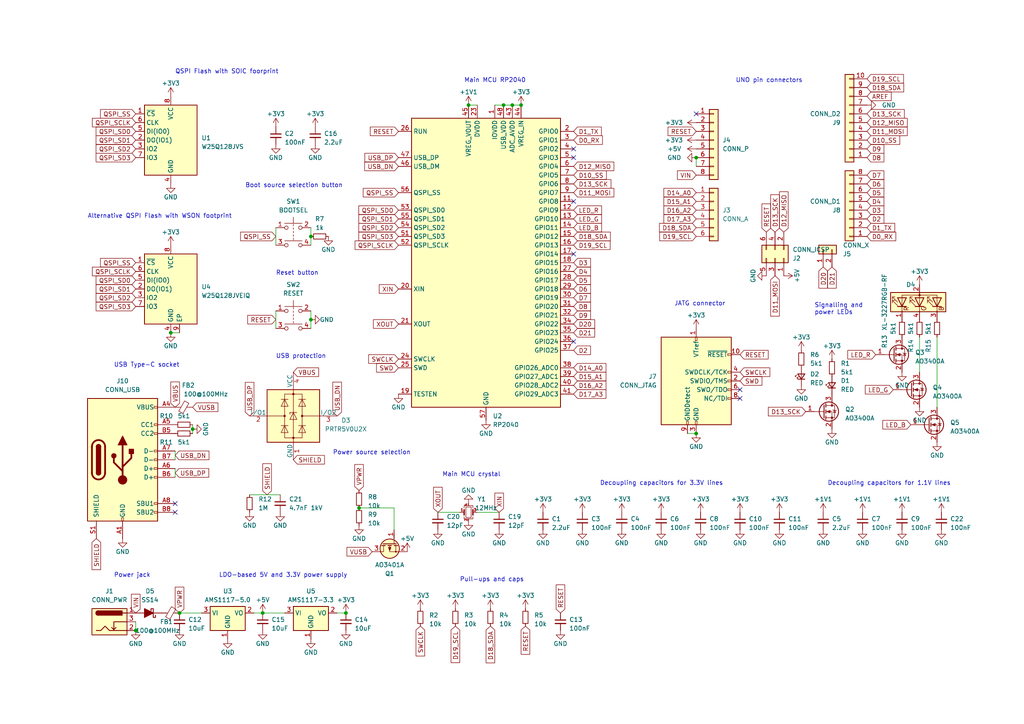
<source format=kicad_sch>
(kicad_sch (version 20230121) (generator eeschema)
  (paper "A4")
  (title_block (title "RP2040-Eins-0010") (date "2023-11-03") (rev "1.0") (company "(c) 2023 Andriy Golovnya") (comment 1 "RP2040 based board with Arduino Uno footprint") (comment 2 "Designed in Germany"))
  (junction (at 39.37 182.88))
  (junction (at 148.59 30.48))
  (junction (at 55.88 124.46))
  (junction (at 90.17 92.71))
  (junction (at 52.07 177.8))
  (junction (at 135.89 30.48))
  (junction (at 104.14 147.32))
  (junction (at 100.33 177.8))
  (junction (at 201.93 45.72))
  (junction (at 90.17 68.58))
  (junction (at 146.05 30.48))
  (junction (at 76.2 177.8))
  (junction (at 49.53 96.52))
  (junction (at 201.93 125.73))
  (junction (at 151.13 30.48))
  (no_connect (at 50.8 148.59))
  (no_connect (at 166.37 45.72))
  (no_connect (at 166.37 43.18))
  (no_connect (at 214.63 113.03))
  (no_connect (at 50.8 146.05))
  (no_connect (at 214.63 115.57))
  (no_connect (at 166.37 73.66))
  (no_connect (at 166.37 58.42))
  (no_connect (at 166.37 99.06))
  (no_connect (at 201.93 33.02))
  (wire (pts (xy 138.43 148.59) (xy 144.78 148.59)))
  (wire (pts (xy 114.3 147.32) (xy 114.3 153.67)))
  (wire (pts (xy 55.88 124.46) (xy 55.88 123.19)))
  (wire (pts (xy 50.8 135.89) (xy 50.8 138.43)))
  (wire (pts (xy 55.88 125.73) (xy 55.88 124.46)))
  (wire (pts (xy 52.07 177.8) (xy 58.42 177.8)))
  (wire (pts (xy 80.01 66.04) (xy 80.01 71.12)))
  (wire (pts (xy 90.17 90.17) (xy 90.17 92.71)))
  (wire (pts (xy 135.89 30.48) (xy 138.43 30.48)))
  (wire (pts (xy 104.14 147.32) (xy 114.3 147.32)))
  (wire (pts (xy 127 148.59) (xy 133.35 148.59)))
  (wire (pts (xy 90.17 92.71) (xy 90.17 95.25)))
  (wire (pts (xy 148.59 30.48) (xy 151.13 30.48)))
  (wire (pts (xy 73.66 177.8) (xy 76.2 177.8)))
  (wire (pts (xy 201.93 45.72) (xy 201.93 48.26)))
  (wire (pts (xy 266.7 97.79) (xy 266.7 107.95)))
  (wire (pts (xy 97.79 177.8) (xy 100.33 177.8)))
  (wire (pts (xy 50.8 130.81) (xy 50.8 133.35)))
  (wire (pts (xy 271.78 97.79) (xy 271.78 118.11)))
  (wire (pts (xy 39.37 180.34) (xy 39.37 182.88)))
  (wire (pts (xy 143.51 30.48) (xy 146.05 30.48)))
  (wire (pts (xy 49.53 96.52) (xy 52.07 96.52)))
  (wire (pts (xy 76.2 177.8) (xy 82.55 177.8)))
  (wire (pts (xy 90.17 68.58) (xy 90.17 71.12)))
  (wire (pts (xy 90.17 66.04) (xy 90.17 68.58)))
  (wire (pts (xy 146.05 30.48) (xy 148.59 30.48)))
  (wire (pts (xy 199.39 125.73) (xy 201.93 125.73)))
  (wire (pts (xy 72.39 143.51) (xy 81.28 143.51)))
  (wire (pts (xy 80.01 90.17) (xy 80.01 95.25)))
  (text "USB protection" (at 80.01 104.14 0) (effects (font (size 1.27 1.27)) (justify left bottom)))
  (text "Alternative QSPI Flash with WSON footprint" (at 25.4 63.5 0) (effects (font (size 1.27 1.27)) (justify left bottom)))
  (text "UNO pin connectors" (at 213.36 24.13 0) (effects (font (size 1.27 1.27)) (justify left bottom)))
  (text "Main MCU RP2040" (at 134.62 24.13 0) (effects (font (size 1.27 1.27)) (justify left bottom)))
  (text "Power source selection" (at 96.52 132.08 0) (effects (font (size 1.27 1.27)) (justify left bottom)))
  (text "Power jack" (at 33.02 167.64 0) (effects (font (size 1.27 1.27)) (justify left bottom)))
  (text "Decoupling capacitors for 3.3V lines" (at 173.99 140.97 0) (effects (font (size 1.27 1.27)) (justify left bottom)))
  (text "Main MCU crystal" (at 128.27 138.43 0) (effects (font (size 1.27 1.27)) (justify left bottom)))
  (text "Decoupling capacitors for 1.1V lines" (at 240.03 140.97 0) (effects (font (size 1.27 1.27)) (justify left bottom)))
  (text "Pull-ups and caps" (at 133.35 168.91 0) (effects (font (size 1.27 1.27)) (justify left bottom)))
  (text "Signalling and\npower LEDs" (at 236.22 91.44 0) (effects (font (size 1.27 1.27)) (justify left bottom)))
  (text "JATG connector" (at 195.58 88.9 0) (effects (font (size 1.27 1.27)) (justify left bottom)))
  (text "Reset button" (at 80.01 80.01 0) (effects (font (size 1.27 1.27)) (justify left bottom)))
  (text "USB Type-C socket" (at 33.02 106.68 0) (effects (font (size 1.27 1.27)) (justify left bottom)))
  (text "Boot source selection button" (at 71.12 54.61 0) (effects (font (size 1.27 1.27)) (justify left bottom)))
  (text "LDO-based 5V and 3.3V power supply" (at 63.5 167.64 0) (effects (font (size 1.27 1.27)) (justify left bottom)))
  (text "QSPI Flash with SOIC foorprint" (at 50.8 21.59 0) (effects (font (size 1.27 1.27)) (justify left bottom)))
  (global_label "D13_SCK" (shape input) (at 233.68 119.38 180) (property "Intersheetrefs" "${INTERSHEET_REFS}" (effects hide)))
  (global_label "VPWR" (shape input) (at 104.14 142.24 90) (property "Intersheetrefs" "${INTERSHEET_REFS}" (effects hide)))
  (global_label "QSPI_SD2" (shape input) (at 39.37 43.18 180) (property "Intersheetrefs" "${INTERSHEET_REFS}" (effects hide)))
  (global_label "D17_A3" (shape input) (at 201.93 63.5 180) (property "Intersheetrefs" "${INTERSHEET_REFS}" (effects hide)))
  (global_label "SWD" (shape input) (at 214.63 110.49 0) (property "Intersheetrefs" "${INTERSHEET_REFS}" (effects hide)))
  (global_label "QSPI_SD1" (shape input) (at 39.37 83.82 180) (property "Intersheetrefs" "${INTERSHEET_REFS}" (effects hide)))
  (global_label "D1_TX" (shape input) (at 166.37 38.1 0) (property "Intersheetrefs" "${INTERSHEET_REFS}" (effects hide)))
  (global_label "D14_A0" (shape input) (at 201.93 55.88 180) (property "Intersheetrefs" "${INTERSHEET_REFS}" (effects hide)))
  (global_label "D12_MISO" (shape input) (at 227.33 67.31 90) (property "Intersheetrefs" "${INTERSHEET_REFS}" (effects hide)))
  (global_label "D0_RX" (shape input) (at 251.46 68.58 0) (property "Intersheetrefs" "${INTERSHEET_REFS}" (effects hide)))
  (global_label "VBUS" (shape input) (at 85.09 107.95 0) (property "Intersheetrefs" "${INTERSHEET_REFS}" (effects hide)))
  (global_label "D20" (shape input) (at 238.76 77.47 270) (property "Intersheetrefs" "${INTERSHEET_REFS}" (effects hide)))
  (global_label "QSPI_SD3" (shape input) (at 39.37 88.9 180) (property "Intersheetrefs" "${INTERSHEET_REFS}" (effects hide)))
  (global_label "QSPI_SD0" (shape input) (at 39.37 38.1 180) (property "Intersheetrefs" "${INTERSHEET_REFS}" (effects hide)))
  (global_label "USB_DP" (shape input) (at 72.39 120.65 90) (property "Intersheetrefs" "${INTERSHEET_REFS}" (effects hide)))
  (global_label "VUSB" (shape input) (at 55.88 118.11 0) (property "Intersheetrefs" "${INTERSHEET_REFS}" (effects hide)))
  (global_label "QSPI_SCLK" (shape input) (at 39.37 78.74 180) (property "Intersheetrefs" "${INTERSHEET_REFS}" (effects hide)))
  (global_label "D20" (shape input) (at 166.37 93.98 0) (property "Intersheetrefs" "${INTERSHEET_REFS}" (effects hide)))
  (global_label "D18_SDA" (shape input) (at 251.46 25.4 0) (property "Intersheetrefs" "${INTERSHEET_REFS}" (effects hide)))
  (global_label "D5" (shape input) (at 166.37 81.28 0) (property "Intersheetrefs" "${INTERSHEET_REFS}" (effects hide)))
  (global_label "AREF" (shape input) (at 251.46 27.94 0) (property "Intersheetrefs" "${INTERSHEET_REFS}" (effects hide)))
  (global_label "D8" (shape input) (at 251.46 45.72 0) (property "Intersheetrefs" "${INTERSHEET_REFS}" (effects hide)))
  (global_label "D9" (shape input) (at 251.46 43.18 0) (property "Intersheetrefs" "${INTERSHEET_REFS}" (effects hide)))
  (global_label "QSPI_SD0" (shape input) (at 115.57 60.96 180) (property "Intersheetrefs" "${INTERSHEET_REFS}" (effects hide)))
  (global_label "SHIELD" (shape input) (at 85.09 133.35 0) (property "Intersheetrefs" "${INTERSHEET_REFS}" (effects hide)))
  (global_label "D2" (shape input) (at 166.37 101.6 0) (property "Intersheetrefs" "${INTERSHEET_REFS}" (effects hide)))
  (global_label "RESET" (shape input) (at 201.93 38.1 180) (property "Intersheetrefs" "${INTERSHEET_REFS}" (effects hide)))
  (global_label "QSPI_SS" (shape input) (at 39.37 33.02 180) (property "Intersheetrefs" "${INTERSHEET_REFS}" (effects hide)))
  (global_label "QSPI_SS" (shape input) (at 115.57 55.88 180) (property "Intersheetrefs" "${INTERSHEET_REFS}" (effects hide)))
  (global_label "D16_A2" (shape input) (at 201.93 60.96 180) (property "Intersheetrefs" "${INTERSHEET_REFS}" (effects hide)))
  (global_label "LED_R" (shape input) (at 254 102.87 180) (property "Intersheetrefs" "${INTERSHEET_REFS}" (effects hide)))
  (global_label "QSPI_SD3" (shape input) (at 39.37 45.72 180) (property "Intersheetrefs" "${INTERSHEET_REFS}" (effects hide)))
  (global_label "USB_DN" (shape input) (at 50.8 132.08 0) (property "Intersheetrefs" "${INTERSHEET_REFS}" (effects hide)))
  (global_label "D2" (shape input) (at 251.46 63.5 0) (property "Intersheetrefs" "${INTERSHEET_REFS}" (effects hide)))
  (global_label "VPWR" (shape input) (at 52.07 177.8 90) (property "Intersheetrefs" "${INTERSHEET_REFS}" (effects hide)))
  (global_label "D15_A1" (shape input) (at 201.93 58.42 180) (property "Intersheetrefs" "${INTERSHEET_REFS}" (effects hide)))
  (global_label "USB_DN" (shape input) (at 115.57 48.26 180) (property "Intersheetrefs" "${INTERSHEET_REFS}" (effects hide)))
  (global_label "RESET" (shape input) (at 80.01 92.71 180) (property "Intersheetrefs" "${INTERSHEET_REFS}" (effects hide)))
  (global_label "LED_B" (shape input) (at 166.37 66.04 0) (property "Intersheetrefs" "${INTERSHEET_REFS}" (effects hide)))
  (global_label "D21" (shape input) (at 166.37 96.52 0) (property "Intersheetrefs" "${INTERSHEET_REFS}" (effects hide)))
  (global_label "QSPI_SS" (shape input) (at 80.01 68.58 180) (property "Intersheetrefs" "${INTERSHEET_REFS}" (effects hide)))
  (global_label "D10_SS" (shape input) (at 251.46 40.64 0) (property "Intersheetrefs" "${INTERSHEET_REFS}" (effects hide)))
  (global_label "SWCLK" (shape input) (at 121.92 181.61 270) (property "Intersheetrefs" "${INTERSHEET_REFS}" (effects hide)))
  (global_label "D19_SCL" (shape input) (at 251.46 22.86 0) (property "Intersheetrefs" "${INTERSHEET_REFS}" (effects hide)))
  (global_label "D13_SCK" (shape input) (at 166.37 53.34 0) (property "Intersheetrefs" "${INTERSHEET_REFS}" (effects hide)))
  (global_label "USB_DP" (shape input) (at 50.8 137.16 0) (property "Intersheetrefs" "${INTERSHEET_REFS}" (effects hide)))
  (global_label "D7" (shape input) (at 166.37 86.36 0) (property "Intersheetrefs" "${INTERSHEET_REFS}" (effects hide)))
  (global_label "LED_G" (shape input) (at 166.37 63.5 0) (property "Intersheetrefs" "${INTERSHEET_REFS}" (effects hide)))
  (global_label "D5" (shape input) (at 251.46 55.88 0) (property "Intersheetrefs" "${INTERSHEET_REFS}" (effects hide)))
  (global_label "D0_RX" (shape input) (at 166.37 40.64 0) (property "Intersheetrefs" "${INTERSHEET_REFS}" (effects hide)))
  (global_label "QSPI_SD2" (shape input) (at 115.57 66.04 180) (property "Intersheetrefs" "${INTERSHEET_REFS}" (effects hide)))
  (global_label "D11_MOSI" (shape input) (at 224.79 80.01 270) (property "Intersheetrefs" "${INTERSHEET_REFS}" (effects hide)))
  (global_label "D14_A0" (shape input) (at 166.37 106.68 0) (property "Intersheetrefs" "${INTERSHEET_REFS}" (effects hide)))
  (global_label "SWCLK" (shape input) (at 214.63 107.95 0) (property "Intersheetrefs" "${INTERSHEET_REFS}" (effects hide)))
  (global_label "USB_DP" (shape input) (at 115.57 45.72 180) (property "Intersheetrefs" "${INTERSHEET_REFS}" (effects hide)))
  (global_label "XIN" (shape input) (at 144.78 148.59 90) (property "Intersheetrefs" "${INTERSHEET_REFS}" (effects hide)))
  (global_label "QSPI_SCLK" (shape input) (at 39.37 35.56 180) (property "Intersheetrefs" "${INTERSHEET_REFS}" (effects hide)))
  (global_label "VIN" (shape input) (at 39.37 177.8 90) (property "Intersheetrefs" "${INTERSHEET_REFS}" (effects hide)))
  (global_label "LED_G" (shape input) (at 259.08 113.03 180) (property "Intersheetrefs" "${INTERSHEET_REFS}" (effects hide)))
  (global_label "XIN" (shape input) (at 115.57 83.82 180) (property "Intersheetrefs" "${INTERSHEET_REFS}" (effects hide)))
  (global_label "D6" (shape input) (at 166.37 83.82 0) (property "Intersheetrefs" "${INTERSHEET_REFS}" (effects hide)))
  (global_label "QSPI_SD1" (shape input) (at 115.57 63.5 180) (property "Intersheetrefs" "${INTERSHEET_REFS}" (effects hide)))
  (global_label "D13_SCK" (shape input) (at 251.46 33.02 0) (property "Intersheetrefs" "${INTERSHEET_REFS}" (effects hide)))
  (global_label "RESET" (shape input) (at 162.56 177.8 90) (property "Intersheetrefs" "${INTERSHEET_REFS}" (effects hide)))
  (global_label "USB_DN" (shape input) (at 97.79 120.65 90) (property "Intersheetrefs" "${INTERSHEET_REFS}" (effects hide)))
  (global_label "XOUT" (shape input) (at 127 148.59 90) (property "Intersheetrefs" "${INTERSHEET_REFS}" (effects hide)))
  (global_label "RESET" (shape input) (at 152.4 181.61 270) (property "Intersheetrefs" "${INTERSHEET_REFS}" (effects hide)))
  (global_label "D19_SCL" (shape input) (at 132.08 181.61 270) (property "Intersheetrefs" "${INTERSHEET_REFS}" (effects hide)))
  (global_label "LED_R" (shape input) (at 166.37 60.96 0) (property "Intersheetrefs" "${INTERSHEET_REFS}" (effects hide)))
  (global_label "D11_MOSI" (shape input) (at 166.37 55.88 0) (property "Intersheetrefs" "${INTERSHEET_REFS}" (effects hide)))
  (global_label "QSPI_SD1" (shape input) (at 39.37 40.64 180) (property "Intersheetrefs" "${INTERSHEET_REFS}" (effects hide)))
  (global_label "D19_SCL" (shape input) (at 201.93 68.58 180) (property "Intersheetrefs" "${INTERSHEET_REFS}" (effects hide)))
  (global_label "D19_SCL" (shape input) (at 166.37 71.12 0) (property "Intersheetrefs" "${INTERSHEET_REFS}" (effects hide)))
  (global_label "D12_MISO" (shape input) (at 166.37 48.26 0) (property "Intersheetrefs" "${INTERSHEET_REFS}" (effects hide)))
  (global_label "D3" (shape input) (at 166.37 76.2 0) (property "Intersheetrefs" "${INTERSHEET_REFS}" (effects hide)))
  (global_label "SHIELD" (shape input) (at 27.94 156.21 270) (property "Intersheetrefs" "${INTERSHEET_REFS}" (effects hide)))
  (global_label "D4" (shape input) (at 166.37 78.74 0) (property "Intersheetrefs" "${INTERSHEET_REFS}" (effects hide)))
  (global_label "D4" (shape input) (at 251.46 58.42 0) (property "Intersheetrefs" "${INTERSHEET_REFS}" (effects hide)))
  (global_label "D7" (shape input) (at 251.46 50.8 0) (property "Intersheetrefs" "${INTERSHEET_REFS}" (effects hide)))
  (global_label "D11_MOSI" (shape input) (at 251.46 38.1 0) (property "Intersheetrefs" "${INTERSHEET_REFS}" (effects hide)))
  (global_label "D9" (shape input) (at 166.37 91.44 0) (property "Intersheetrefs" "${INTERSHEET_REFS}" (effects hide)))
  (global_label "D18_SDA" (shape input) (at 201.93 66.04 180) (property "Intersheetrefs" "${INTERSHEET_REFS}" (effects hide)))
  (global_label "D18_SDA" (shape input) (at 166.37 68.58 0) (property "Intersheetrefs" "${INTERSHEET_REFS}" (effects hide)))
  (global_label "VBUS" (shape input) (at 50.8 118.11 90) (property "Intersheetrefs" "${INTERSHEET_REFS}" (effects hide)))
  (global_label "VIN" (shape input) (at 201.93 50.8 180) (property "Intersheetrefs" "${INTERSHEET_REFS}" (effects hide)))
  (global_label "D13_SCK" (shape input) (at 224.79 67.31 90) (property "Intersheetrefs" "${INTERSHEET_REFS}" (effects hide)))
  (global_label "D1_TX" (shape input) (at 251.46 66.04 0) (property "Intersheetrefs" "${INTERSHEET_REFS}" (effects hide)))
  (global_label "D16_A2" (shape input) (at 166.37 111.76 0) (property "Intersheetrefs" "${INTERSHEET_REFS}" (effects hide)))
  (global_label "D18_SDA" (shape input) (at 142.24 181.61 270) (property "Intersheetrefs" "${INTERSHEET_REFS}" (effects hide)))
  (global_label "D6" (shape input) (at 251.46 53.34 0) (property "Intersheetrefs" "${INTERSHEET_REFS}" (effects hide)))
  (global_label "QSPI_SD3" (shape input) (at 115.57 68.58 180) (property "Intersheetrefs" "${INTERSHEET_REFS}" (effects hide)))
  (global_label "XOUT" (shape input) (at 115.57 93.98 180) (property "Intersheetrefs" "${INTERSHEET_REFS}" (effects hide)))
  (global_label "SHIELD" (shape input) (at 77.47 143.51 90) (property "Intersheetrefs" "${INTERSHEET_REFS}" (effects hide)))
  (global_label "QSPI_SCLK" (shape input) (at 115.57 71.12 180) (property "Intersheetrefs" "${INTERSHEET_REFS}" (effects hide)))
  (global_label "QSPI_SS" (shape input) (at 39.37 76.2 180) (property "Intersheetrefs" "${INTERSHEET_REFS}" (effects hide)))
  (global_label "SWCLK" (shape input) (at 115.57 104.14 180) (property "Intersheetrefs" "${INTERSHEET_REFS}" (effects hide)))
  (global_label "D15_A1" (shape input) (at 166.37 109.22 0) (property "Intersheetrefs" "${INTERSHEET_REFS}" (effects hide)))
  (global_label "RESET" (shape input) (at 214.63 102.87 0) (property "Intersheetrefs" "${INTERSHEET_REFS}" (effects hide)))
  (global_label "LED_B" (shape input) (at 264.16 123.19 180) (property "Intersheetrefs" "${INTERSHEET_REFS}" (effects hide)))
  (global_label "D12_MISO" (shape input) (at 251.46 35.56 0) (property "Intersheetrefs" "${INTERSHEET_REFS}" (effects hide)))
  (global_label "D17_A3" (shape input) (at 166.37 114.3 0) (property "Intersheetrefs" "${INTERSHEET_REFS}" (effects hide)))
  (global_label "SWD" (shape input) (at 115.57 106.68 180) (property "Intersheetrefs" "${INTERSHEET_REFS}" (effects hide)))
  (global_label "D10_SS" (shape input) (at 166.37 50.8 0) (property "Intersheetrefs" "${INTERSHEET_REFS}" (effects hide)))
  (global_label "QSPI_SD2" (shape input) (at 39.37 86.36 180) (property "Intersheetrefs" "${INTERSHEET_REFS}" (effects hide)))
  (global_label "QSPI_SD0" (shape input) (at 39.37 81.28 180) (property "Intersheetrefs" "${INTERSHEET_REFS}" (effects hide)))
  (global_label "D3" (shape input) (at 251.46 60.96 0) (property "Intersheetrefs" "${INTERSHEET_REFS}" (effects hide)))
  (global_label "RESET" (shape input) (at 222.25 67.31 90) (property "Intersheetrefs" "${INTERSHEET_REFS}" (effects hide)))
  (global_label "D8" (shape input) (at 166.37 88.9 0) (property "Intersheetrefs" "${INTERSHEET_REFS}" (effects hide)))
  (global_label "D21" (shape input) (at 241.3 77.47 270) (property "Intersheetrefs" "${INTERSHEET_REFS}" (effects hide)))
  (global_label "VUSB" (shape input) (at 107.95 160.02 180) (property "Intersheetrefs" "${INTERSHEET_REFS}" (effects hide)))
  (global_label "RESET" (shape input) (at 115.57 38.1 180) (property "Intersheetrefs" "${INTERSHEET_REFS}" (effects hide)))
  (symbol (lib_id "power:+3V3") (at 266.7 82.55 0) (unit 1)
    (property "Reference" "#PWR061" (effects hide))
    (property "Value" "+3V3" (at 266.7 78.74 0))
  )
  (symbol (lib_id "Power_Protection:PRTR5V0U2X") (at 85.09 120.65 0) (unit 1)
    (property "Reference" "D3" (at 100.33 121.92 0))
    (property "Value" "PRTR5V0U2X" (at 100.33 124.46 0))
    (property "Footprint" "Package_TO_SOT_SMD:SOT-143" (effects hide))
    (property "Datasheet" "https://assets.nexperia.com/documents/data-sheet/PRTR5V0U2X.pdf" (effects hide))
  )
  (symbol (lib_id "Transistor_FET:AO3400A") (at 264.16 113.03 0) (unit 1)
    (property "Reference" "Q4" (at 270.51 112.395 0) (effects (justify left)))
    (property "Value" "AO3400A" (at 270.51 114.935 0) (effects (justify left)))
    (property "Footprint" "Package_TO_SOT_SMD:SOT-23" (effects hide))
    (property "Datasheet" "http://www.aosmd.com/pdfs/datasheet/AO3400A.pdf" (effects hide))
  )
  (symbol (lib_id "power:+1V1") (at 261.62 148.59 0) (unit 1)
    (property "Reference" "#PWR027" (effects hide))
    (property "Value" "+1V1" (at 261.62 144.78 0))
  )
  (symbol (lib_id "power:GND") (at 52.07 182.88 0) (unit 1)
    (property "Reference" "#PWR035" (effects hide))
    (property "Value" "GND" (at 52.07 186.69 0))
  )
  (symbol (lib_id "power:+3V3") (at 49.53 71.12 0) (unit 1)
    (property "Reference" "#PWR047" (effects hide))
    (property "Value" "+3V3" (at 49.53 67.31 0))
  )
  (symbol (lib_id "Device:R_Small") (at 266.7 95.25 180) (unit 1)
    (property "Reference" "R14" (at 264.16 100.33 90))
    (property "Value" "5k1" (at 264.16 95.25 90))
    (property "Footprint" "Resistor_SMD:R_0402_1005Metric" (effects hide))
  )
  (symbol (lib_id "power:GND") (at 104.14 152.4 0) (unit 1)
    (property "Reference" "#PWR060" (effects hide))
    (property "Value" "GND" (at 104.14 156.21 0))
  )
  (symbol (lib_id "power:+3V3") (at 226.06 148.59 0) (unit 1)
    (property "Reference" "#PWR031" (effects hide))
    (property "Value" "+3V3" (at 226.06 144.78 0))
  )
  (symbol (lib_id "Device:C_Small") (at 80.01 39.37 0) (unit 1)
    (property "Reference" "C2" (at 82.55 38.7413 0) (effects (justify left)))
    (property "Value" "100nF" (at 82.55 41.2813 0) (effects (justify left)))
    (property "Footprint" "Capacitor_SMD:C_0402_1005Metric" (effects hide))
  )
  (symbol (lib_id "Device:R_Small") (at 104.14 144.78 0) (unit 1)
    (property "Reference" "R8" (at 106.68 144.145 0) (effects (justify left)))
    (property "Value" "10k" (at 106.68 146.685 0) (effects (justify left)))
    (property "Footprint" "Resistor_SMD:R_0402_1005Metric" (effects hide))
  )
  (symbol (lib_id "power:GND") (at 91.44 41.91 0) (unit 1)
    (property "Reference" "#PWR057" (effects hide))
    (property "Value" "GND" (at 91.44 45.72 0))
  )
  (symbol (lib_id "power:+5V") (at 118.11 160.02 0) (unit 1)
    (property "Reference" "#PWR062" (effects hide))
    (property "Value" "+5V" (at 118.11 156.21 0))
  )
  (symbol (lib_id "Device:C_Small") (at 162.56 180.34 0) (unit 1)
    (property "Reference" "C13" (at 165.1 179.7113 0) (effects (justify left)))
    (property "Value" "100nF" (at 165.1 182.2513 0) (effects (justify left)))
    (property "Footprint" "Capacitor_SMD:C_0402_1005Metric" (effects hide))
  )
  (symbol (lib_id "Device:C_Small") (at 191.77 151.13 0) (unit 1)
    (property "Reference" "C6" (at 194.31 150.5013 0) (effects (justify left)))
    (property "Value" "100nF" (at 194.31 153.0413 0) (effects (justify left)))
    (property "Footprint" "Capacitor_SMD:C_0402_1005Metric" (effects hide))
  )
  (symbol (lib_id "Device:LED_RABG") (at 266.7 87.63 90) (unit 1)
    (property "Reference" "D4" (at 264.16 82.55 90))
    (property "Value" "XL-3227RGB-RF" (at 256.54 87.63 0))
    (property "Footprint" "LED_SMD:LED_RGB_1210" (effects hide))
  )
  (symbol (lib_id "power:+3V3") (at 49.53 27.94 0) (unit 1)
    (property "Reference" "#PWR09" (effects hide))
    (property "Value" "+3V3" (at 49.53 24.13 0))
  )
  (symbol (lib_id "power:GND") (at 95.25 68.58 0) (unit 1)
    (property "Reference" "#PWR049" (effects hide))
    (property "Value" "GND" (at 95.25 72.39 0))
  )
  (symbol (lib_id "Device:C_Small") (at 81.28 146.05 0) (unit 1)
    (property "Reference" "C21" (at 83.82 144.78 0) (effects (justify left)))
    (property "Value" "4.7nF 1kV" (at 83.82 147.32 0) (effects (justify left)))
    (property "Footprint" "Capacitor_SMD:C_1206_3216Metric" (effects hide))
  )
  (symbol (lib_id "Connector_Generic:Conn_01x08") (at 246.38 60.96 180) (unit 1)
    (property "Reference" "J8" (at 243.84 60.96 0) (effects (justify left)))
    (property "Value" "CONN_D1" (at 243.84 58.42 0) (effects (justify left)))
    (property "Footprint" "Connector_PinSocket_2.54mm:PinSocket_1x08_P2.54mm_Vertical" (effects hide))
  )
  (symbol (lib_id "power:GND") (at 266.7 118.11 0) (unit 1)
    (property "Reference" "#PWR064" (effects hide))
    (property "Value" "GND" (at 266.7 121.92 0))
  )
  (symbol (lib_id "power:GND") (at 250.19 153.67 0) (unit 1)
    (property "Reference" "#PWR023" (effects hide))
    (property "Value" "GND" (at 250.19 157.48 0))
  )
  (symbol (lib_id "Memory_Flash:W25Q32JVZP") (at 49.53 83.82 0) (unit 1)
    (property "Reference" "U4" (at 58.42 83.185 0) (effects (justify left)))
    (property "Value" "W25Q128JVEIQ" (at 58.42 85.725 0) (effects (justify left)))
    (property "Footprint" "Package_SON:WSON-8-1EP_6x5mm_P1.27mm_EP3.4x4.3mm" (effects hide))
    (property "Datasheet" "http://www.winbond.com/resource-files/w25q32jv%20revg%2003272018%20plus.pdf" (effects hide))
  )
  (symbol (lib_id "power:GND") (at 90.17 92.71 90) (unit 1)
    (property "Reference" "#PWR054" (effects hide))
    (property "Value" "GND" (at 92.71 92.71 90) (effects (justify right)))
  )
  (symbol (lib_id "power:+3V3") (at 91.44 36.83 0) (unit 1)
    (property "Reference" "#PWR037" (effects hide))
    (property "Value" "+3V3" (at 91.44 33.02 0))
  )
  (symbol (lib_id "power:GND") (at 157.48 153.67 0) (unit 1)
    (property "Reference" "#PWR02" (effects hide))
    (property "Value" "GND" (at 157.48 157.48 0))
  )
  (symbol (lib_id "power:GND") (at 135.89 146.05 180) (unit 1)
    (property "Reference" "#PWR05" (effects hide))
    (property "Value" "GND" (at 135.89 142.24 0))
  )
  (symbol (lib_id "power:+3V3") (at 168.91 148.59 0) (unit 1)
    (property "Reference" "#PWR011" (effects hide))
    (property "Value" "+3V3" (at 168.91 144.78 0))
  )
  (symbol (lib_id "power:+3V3") (at 142.24 176.53 0) (unit 1)
    (property "Reference" "#PWR039" (effects hide))
    (property "Value" "+3V3" (at 142.24 172.72 0))
  )
  (symbol (lib_id "Device:C_Small") (at 127 151.13 0) (unit 1)
    (property "Reference" "C20" (at 129.54 149.8663 0) (effects (justify left)))
    (property "Value" "12pF" (at 129.54 152.4063 0) (effects (justify left)))
    (property "Footprint" "Capacitor_SMD:C_0402_1005Metric" (effects hide))
  )
  (symbol (lib_id "Device:Crystal_GND24_Small") (at 135.89 148.59 0) (unit 1)
    (property "Reference" "Y1" (at 139.7 144.78 0))
    (property "Value" "12MHz" (at 140.97 147.32 0))
    (property "Footprint" "Crystal:Crystal_SMD_3225-4Pin_3.2x2.5mm" (effects hide))
  )
  (symbol (lib_id "power:GND") (at 127 153.67 0) (unit 1)
    (property "Reference" "#PWR043" (effects hide))
    (property "Value" "GND" (at 127 157.48 0))
  )
  (symbol (lib_id "Device:C_Small") (at 226.06 151.13 0) (unit 1)
    (property "Reference" "C11" (at 228.6 150.5013 0) (effects (justify left)))
    (property "Value" "100nF" (at 228.6 153.0413 0) (effects (justify left)))
    (property "Footprint" "Capacitor_SMD:C_0402_1005Metric" (effects hide))
  )
  (symbol (lib_id "Connector_Generic:Conn_01x08") (at 207.01 40.64 0) (unit 1)
    (property "Reference" "J4" (at 209.55 40.64 0) (effects (justify left)))
    (property "Value" "CONN_P" (at 209.55 43.18 0) (effects (justify left)))
    (property "Footprint" "Connector_PinSocket_2.54mm:PinSocket_1x08_P2.54mm_Vertical" (effects hide))
  )
  (symbol (lib_id "power:+1V1") (at 135.89 30.48 0) (unit 1)
    (property "Reference" "#PWR020" (effects hide))
    (property "Value" "+1V1" (at 135.89 26.67 0))
  )
  (symbol (lib_id "power:+1V1") (at 238.76 148.59 0) (unit 1)
    (property "Reference" "#PWR016" (effects hide))
    (property "Value" "+1V1" (at 238.76 144.78 0))
  )
  (symbol (lib_id "Device:R_Small") (at 271.78 95.25 180) (unit 1)
    (property "Reference" "R15" (at 269.24 100.33 90))
    (property "Value" "5k1" (at 269.24 95.25 90))
    (property "Footprint" "Resistor_SMD:R_0402_1005Metric" (effects hide))
  )
  (symbol (lib_id "power:+3V3") (at 201.93 95.25 0) (unit 1)
    (property "Reference" "#PWR056" (effects hide))
    (property "Value" "+3V3" (at 201.93 91.44 0))
  )
  (symbol (lib_id "PCM_Diode_Schottky_AKL:SS14") (at 43.18 177.8 0) (unit 1)
    (property "Reference" "D5" (at 43.4975 171.45 0))
    (property "Value" "SS14" (at 43.4975 173.99 0))
    (property "Footprint" "PCM_4ms_Diode:D_DO-214AC_SMA" (effects hide))
    (property "Datasheet" "https://www.tme.eu/Document/39e1c2d2c354f63d74e9a2edb2156b4b/SS14-E3_61T.pdf" (effects hide))
  )
  (symbol (lib_id "power:GND") (at 191.77 153.67 0) (unit 1)
    (property "Reference" "#PWR019" (effects hide))
    (property "Value" "GND" (at 191.77 157.48 0))
  )
  (symbol (lib_id "power:+3V3") (at 232.41 101.6 0) (unit 1)
    (property "Reference" "#PWR059" (effects hide))
    (property "Value" "+3V3" (at 232.41 97.79 0))
  )
  (symbol (lib_id "power:GND") (at 80.01 41.91 0) (unit 1)
    (property "Reference" "#PWR04" (effects hide))
    (property "Value" "GND" (at 80.01 45.72 0))
  )
  (symbol (lib_id "power:GND") (at 201.93 125.73 0) (unit 1)
    (property "Reference" "#PWR055" (effects hide))
    (property "Value" "GND" (at 201.93 129.54 0))
  )
  (symbol (lib_id "power:GND") (at 35.56 156.21 0) (unit 1)
    (property "Reference" "#PWR044" (effects hide))
    (property "Value" "GND" (at 35.56 160.02 0))
  )
  (symbol (lib_id "Transistor_FET:AO3400A") (at 238.76 119.38 0) (unit 1)
    (property "Reference" "Q2" (at 245.11 118.745 0) (effects (justify left)))
    (property "Value" "AO3400A" (at 245.11 121.285 0) (effects (justify left)))
    (property "Footprint" "Package_TO_SOT_SMD:SOT-23" (effects hide))
    (property "Datasheet" "http://www.aosmd.com/pdfs/datasheet/AO3400A.pdf" (effects hide))
  )
  (symbol (lib_id "Switch:SW_Push_Dual") (at 85.09 90.17 0) (unit 1)
    (property "Reference" "SW2" (at 85.09 82.55 0))
    (property "Value" "RESET" (at 85.09 85.09 0))
    (property "Footprint" "PCM_4ms_Switch:Button_Tact_Sqkg" (effects hide))
  )
  (symbol (lib_id "power:GND") (at 226.06 153.67 0) (unit 1)
    (property "Reference" "#PWR032" (effects hide))
    (property "Value" "GND" (at 226.06 157.48 0))
  )
  (symbol (lib_id "Connector:USB_C_Receptacle_USB2.0") (at 35.56 133.35 0) (unit 1)
    (property "Reference" "J10" (at 35.56 110.49 0))
    (property "Value" "CONN_USB" (at 35.56 113.03 0))
    (property "Footprint" "Connector_USB:USB_C_Receptacle_HRO_TYPE-C-31-M-12" (effects hide))
    (property "Datasheet" "https://www.usb.org/sites/default/files/documents/usb_type-c.zip" (effects hide))
  )
  (symbol (lib_id "power:+3V3") (at 121.92 176.53 0) (unit 1)
    (property "Reference" "#PWR034" (effects hide))
    (property "Value" "+3V3" (at 121.92 172.72 0))
  )
  (symbol (lib_id "power:GND") (at 100.33 182.88 0) (unit 1)
    (property "Reference" "#PWR046" (effects hide))
    (property "Value" "GND" (at 100.33 186.69 0))
  )
  (symbol (lib_id "Device:R_Small") (at 72.39 146.05 0) (unit 1)
    (property "Reference" "R12" (at 74.93 144.78 0) (effects (justify left)))
    (property "Value" "1M" (at 74.93 147.32 0) (effects (justify left)))
    (property "Footprint" "Resistor_SMD:R_0603_1608Metric" (effects hide))
  )
  (symbol (lib_id "power:GND") (at 90.17 185.42 0) (unit 1)
    (property "Reference" "#PWR050" (effects hide))
    (property "Value" "GND" (at 90.17 189.23 0))
  )
  (symbol (lib_id "power:+3V3") (at 203.2 148.59 0) (unit 1)
    (property "Reference" "#PWR024" (effects hide))
    (property "Value" "+3V3" (at 203.2 144.78 0))
  )
  (symbol (lib_id "Connector_Generic:Conn_01x06") (at 207.01 60.96 0) (unit 1)
    (property "Reference" "J3" (at 209.55 60.96 0) (effects (justify left)))
    (property "Value" "CONN_A" (at 209.55 63.5 0) (effects (justify left)))
    (property "Footprint" "Connector_PinSocket_2.54mm:PinSocket_1x06_P2.54mm_Vertical" (effects hide))
  )
  (symbol (lib_id "Device:C_Small") (at 168.91 151.13 0) (unit 1)
    (property "Reference" "C3" (at 171.45 150.5013 0) (effects (justify left)))
    (property "Value" "100nF" (at 171.45 153.0413 0) (effects (justify left)))
    (property "Footprint" "Capacitor_SMD:C_0402_1005Metric" (effects hide))
  )
  (symbol (lib_id "power:GND") (at 144.78 153.67 0) (unit 1)
    (property "Reference" "#PWR033" (effects hide))
    (property "Value" "GND" (at 144.78 157.48 0))
  )
  (symbol (lib_id "power:+3V3") (at 151.13 30.48 0) (unit 1)
    (property "Reference" "#PWR026" (effects hide))
    (property "Value" "+3V3" (at 151.13 26.67 0))
  )
  (symbol (lib_id "power:GND") (at 49.53 53.34 0) (unit 1)
    (property "Reference" "#PWR010" (effects hide))
    (property "Value" "GND" (at 49.53 57.15 0))
  )
  (symbol (lib_id "power:+5V") (at 201.93 43.18 90) (unit 1)
    (property "Reference" "#PWR072" (effects hide))
    (property "Value" "+5V" (at 195.58 43.18 90))
  )
  (symbol (lib_id "Device:R_Small") (at 241.3 106.68 180) (unit 1)
    (property "Reference" "R1" (at 243.84 105.41 0) (effects (justify right)))
    (property "Value" "5k1" (at 243.84 107.95 0) (effects (justify right)))
    (property "Footprint" "Resistor_SMD:R_0402_1005Metric" (effects hide))
  )
  (symbol (lib_id "Device:C_Small") (at 180.34 151.13 0) (unit 1)
    (property "Reference" "C4" (at 182.88 150.5013 0) (effects (justify left)))
    (property "Value" "100nF" (at 182.88 153.0413 0) (effects (justify left)))
    (property "Footprint" "Capacitor_SMD:C_0402_1005Metric" (effects hide))
  )
  (symbol (lib_id "power:GND") (at 39.37 182.88 0) (unit 1)
    (property "Reference" "#PWR058" (effects hide))
    (property "Value" "GND" (at 39.37 186.69 0))
  )
  (symbol (lib_id "power:+1V1") (at 250.19 148.59 0) (unit 1)
    (property "Reference" "#PWR022" (effects hide))
    (property "Value" "+1V1" (at 250.19 144.78 0))
  )
  (symbol (lib_id "Connector_Generic:Conn_01x02") (at 238.76 72.39 90) (unit 1)
    (property "Reference" "J5" (at 244.475 73.66 90) (effects (justify right)))
    (property "Value" "CONN_X" (at 244.475 71.12 90) (effects (justify right)))
    (property "Footprint" "Connector_PinHeader_2.54mm:PinHeader_1x02_P2.54mm_Vertical" (effects hide))
  )
  (symbol (lib_id "power:+3V3") (at 241.3 104.14 0) (unit 1)
    (property "Reference" "#PWR07" (effects hide))
    (property "Value" "+3V3" (at 241.3 100.33 0))
  )
  (symbol (lib_id "power:GND") (at 238.76 153.67 0) (unit 1)
    (property "Reference" "#PWR017" (effects hide))
    (property "Value" "GND" (at 238.76 157.48 0))
  )
  (symbol (lib_id "power:+3V3") (at 100.33 177.8 0) (unit 1)
    (property "Reference" "#PWR045" (effects hide))
    (property "Value" "+3V3" (at 100.33 173.99 0))
  )
  (symbol (lib_id "Device:R_Small") (at 132.08 179.07 0) (unit 1)
    (property "Reference" "R3" (at 134.62 178.435 0) (effects (justify left)))
    (property "Value" "10k" (at 134.62 180.975 0) (effects (justify left)))
    (property "Footprint" "Resistor_SMD:R_0402_1005Metric" (effects hide))
  )
  (symbol (lib_id "Device:C_Small") (at 91.44 39.37 0) (unit 1)
    (property "Reference" "C16" (at 93.98 38.7413 0) (effects (justify left)))
    (property "Value" "2.2uF" (at 93.98 41.2813 0) (effects (justify left)))
    (property "Footprint" "Capacitor_SMD:C_0603_1608Metric" (effects hide))
  )
  (symbol (lib_id "power:GND") (at 168.91 153.67 0) (unit 1)
    (property "Reference" "#PWR012" (effects hide))
    (property "Value" "GND" (at 168.91 157.48 0))
  )
  (symbol (lib_id "power:GND") (at 214.63 153.67 0) (unit 1)
    (property "Reference" "#PWR030" (effects hide))
    (property "Value" "GND" (at 214.63 157.48 0))
  )
  (symbol (lib_id "power:GND") (at 115.57 114.3 0) (unit 1)
    (property "Reference" "#PWR013" (effects hide))
    (property "Value" "GND" (at 115.57 118.11 0))
  )
  (symbol (lib_id "power:GND") (at 180.34 153.67 0) (unit 1)
    (property "Reference" "#PWR015" (effects hide))
    (property "Value" "GND" (at 180.34 157.48 0))
  )
  (symbol (lib_id "Device:LED_Small") (at 241.3 111.76 90) (unit 1)
    (property "Reference" "D1" (at 243.84 110.4265 90) (effects (justify right)))
    (property "Value" "RED" (at 243.84 112.9665 90) (effects (justify right)))
    (property "Footprint" "LED_SMD:LED_0603_1608Metric" (effects hide))
  )
  (symbol (lib_id "Device:R_Small") (at 53.34 123.19 90) (unit 1)
    (property "Reference" "R10" (at 48.26 120.65 90))
    (property "Value" "5k1" (at 53.34 120.65 90))
    (property "Footprint" "Resistor_SMD:R_0402_1005Metric" (effects hide))
  )
  (symbol (lib_id "power:GND") (at 55.88 124.46 90) (unit 1)
    (property "Reference" "#PWR067" (effects hide))
    (property "Value" "GND" (at 59.69 124.46 0))
  )
  (symbol (lib_id "Device:C_Small") (at 273.05 151.13 0) (unit 1)
    (property "Reference" "C22" (at 275.59 150.5013 0) (effects (justify left)))
    (property "Value" "100nF" (at 275.59 153.0413 0) (effects (justify left)))
    (property "Footprint" "Capacitor_SMD:C_0402_1005Metric" (effects hide))
  )
  (symbol (lib_id "power:GND") (at 232.41 111.76 0) (unit 1)
    (property "Reference" "#PWR041" (effects hide))
    (property "Value" "GND" (at 232.41 115.57 0))
  )
  (symbol (lib_id "power:+3V3") (at 201.93 40.64 90) (unit 1)
    (property "Reference" "#PWR071" (effects hide))
    (property "Value" "+3V3" (at 198.12 40.64 90) (effects (justify left)))
  )
  (symbol (lib_id "power:GND") (at 203.2 153.67 0) (unit 1)
    (property "Reference" "#PWR025" (effects hide))
    (property "Value" "GND" (at 203.2 157.48 0))
  )
  (symbol (lib_id "Device:FerriteBead_Small") (at 49.53 177.8 90) (unit 1)
    (property "Reference" "FB1" (at 48.26 180.34 90))
    (property "Value" "100@100MHz" (at 45.72 182.88 90))
    (property "Footprint" "Inductor_SMD:L_0805_2012Metric" (effects hide))
  )
  (symbol (lib_id "power:GND") (at 222.25 80.01 270) (unit 1)
    (property "Reference" "#PWR068" (effects hide))
    (property "Value" "GND" (at 218.44 80.01 0))
  )
  (symbol (lib_id "Device:FerriteBead_Small") (at 53.34 118.11 90) (unit 1)
    (property "Reference" "FB2" (at 54.61 111.76 90))
    (property "Value" "100@100MHz" (at 59.69 114.3 90))
    (property "Footprint" "Inductor_SMD:L_0805_2012Metric" (effects hide))
  )
  (symbol (lib_id "Transistor_FET:AO3400A") (at 259.08 102.87 0) (unit 1)
    (property "Reference" "Q3" (at 265.43 102.235 0) (effects (justify left)))
    (property "Value" "AO3400A" (at 265.43 104.775 0) (effects (justify left)))
    (property "Footprint" "Package_TO_SOT_SMD:SOT-23" (effects hide))
    (property "Datasheet" "http://www.aosmd.com/pdfs/datasheet/AO3400A.pdf" (effects hide))
  )
  (symbol (lib_id "Device:C_Small") (at 203.2 151.13 0) (unit 1)
    (property "Reference" "C8" (at 205.74 150.5013 0) (effects (justify left)))
    (property "Value" "100nF" (at 205.74 153.0413 0) (effects (justify left)))
    (property "Footprint" "Capacitor_SMD:C_0402_1005Metric" (effects hide))
  )
  (symbol (lib_id "power:+3V3") (at 132.08 176.53 0) (unit 1)
    (property "Reference" "#PWR036" (effects hide))
    (property "Value" "+3V3" (at 132.08 172.72 0))
  )
  (symbol (lib_id "power:GND") (at 66.04 185.42 0) (unit 1)
    (property "Reference" "#PWR051" (effects hide))
    (property "Value" "GND" (at 66.04 189.23 0))
  )
  (symbol (lib_id "power:GND") (at 201.93 45.72 270) (unit 1)
    (property "Reference" "#PWR073" (effects hide))
    (property "Value" "GND" (at 195.58 45.72 90))
  )
  (symbol (lib_id "Device:R_Small") (at 53.34 125.73 90) (unit 1)
    (property "Reference" "R11" (at 48.26 128.27 90))
    (property "Value" "5k1" (at 53.34 128.27 90))
    (property "Footprint" "Resistor_SMD:R_0402_1005Metric" (effects hide))
  )
  (symbol (lib_id "Connector:Conn_ARM_JTAG_SWD_10") (at 201.93 110.49 0) (unit 1)
    (property "Reference" "J7" (at 190.5 109.22 0) (effects (justify right)))
    (property "Value" "CONN_JTAG" (at 190.5 111.76 0) (effects (justify right)))
    (property "Footprint" "Connector_PinHeader_1.27mm:PinHeader_2x05_P1.27mm_Vertical" (effects hide))
    (property "Datasheet" "http://infocenter.arm.com/help/topic/com.arm.doc.ddi0314h/DDI0314H_coresight_components_trm.pdf" (effects hide))
  )
  (symbol (lib_id "power:GND") (at 251.46 30.48 90) (unit 1)
    (property "Reference" "#PWR074" (effects hide))
    (property "Value" "GND" (at 257.81 30.48 90))
  )
  (symbol (lib_id "Device:R_Small") (at 121.92 179.07 0) (unit 1)
    (property "Reference" "R2" (at 124.46 178.435 0) (effects (justify left)))
    (property "Value" "10k" (at 124.46 180.975 0) (effects (justify left)))
    (property "Footprint" "Resistor_SMD:R_0402_1005Metric" (effects hide))
  )
  (symbol (lib_id "Memory_Flash:W25Q128JVS") (at 49.53 40.64 0) (unit 1)
    (property "Reference" "U1" (at 58.42 40.005 0) (effects (justify left)))
    (property "Value" "W25Q128JVS" (at 58.42 42.545 0) (effects (justify left)))
    (property "Footprint" "Package_SO:SOIC-8_5.23x5.23mm_P1.27mm" (effects hide))
    (property "Datasheet" "http://www.winbond.com/resource-files/w25q128jv_dtr%20revc%2003272018%20plus.pdf" (effects hide))
  )
  (symbol (lib_id "Device:C_Small") (at 250.19 151.13 0) (unit 1)
    (property "Reference" "C7" (at 252.73 150.5013 0) (effects (justify left)))
    (property "Value" "100nF" (at 252.73 153.0413 0) (effects (justify left)))
    (property "Footprint" "Capacitor_SMD:C_0402_1005Metric" (effects hide))
  )
  (symbol (lib_id "power:+3V3") (at 80.01 36.83 0) (unit 1)
    (property "Reference" "#PWR03" (effects hide))
    (property "Value" "+3V3" (at 80.01 33.02 0))
  )
  (symbol (lib_id "power:GND") (at 49.53 96.52 0) (unit 1)
    (property "Reference" "#PWR048" (effects hide))
    (property "Value" "GND" (at 49.53 100.33 0))
  )
  (symbol (lib_id "Device:LED_Small") (at 232.41 109.22 90) (unit 1)
    (property "Reference" "D2" (at 234.95 108.5215 90) (effects (justify right)))
    (property "Value" "RED" (at 234.95 111.0615 90) (effects (justify right)))
    (property "Footprint" "LED_SMD:LED_0603_1608Metric" (effects hide))
  )
  (symbol (lib_id "power:GND") (at 72.39 148.59 0) (unit 1)
    (property "Reference" "#PWR075" (effects hide))
    (property "Value" "GND" (at 72.39 152.4 0))
  )
  (symbol (lib_id "Device:R_Small") (at 104.14 149.86 0) (unit 1)
    (property "Reference" "R9" (at 106.68 149.225 0) (effects (justify left)))
    (property "Value" "10k" (at 106.68 151.765 0) (effects (justify left)))
    (property "Footprint" "Resistor_SMD:R_0402_1005Metric" (effects hide))
  )
  (symbol (lib_id "Device:C_Small") (at 238.76 151.13 0) (unit 1)
    (property "Reference" "C5" (at 241.3 150.5013 0) (effects (justify left)))
    (property "Value" "2.2uF" (at 241.3 153.0413 0) (effects (justify left)))
    (property "Footprint" "Capacitor_SMD:C_0603_1608Metric" (effects hide))
  )
  (symbol (lib_id "power:+5V") (at 227.33 80.01 270) (unit 1)
    (property "Reference" "#PWR069" (effects hide))
    (property "Value" "+5V" (at 231.14 80.01 0))
  )
  (symbol (lib_id "Connector_Generic:Conn_01x10") (at 246.38 35.56 180) (unit 1)
    (property "Reference" "J9" (at 243.84 35.56 0) (effects (justify left)))
    (property "Value" "CONN_D2" (at 243.84 33.02 0) (effects (justify left)))
    (property "Footprint" "Connector_PinSocket_2.54mm:PinSocket_1x10_P2.54mm_Vertical" (effects hide))
  )
  (symbol (lib_id "Regulator_Linear:AMS1117-5.0") (at 66.04 177.8 0) (unit 1)
    (property "Reference" "U3" (at 66.04 171.45 0))
    (property "Value" "AMS1117-5.0" (at 66.04 173.99 0))
    (property "Footprint" "Package_TO_SOT_SMD:SOT-223-3_TabPin2" (effects hide))
    (property "Datasheet" "http://www.advanced-monolithic.com/pdf/ds1117.pdf" (effects hide))
  )
  (symbol (lib_id "power:+3V3") (at 201.93 35.56 90) (unit 1)
    (property "Reference" "#PWR070" (effects hide))
    (property "Value" "+3V3" (at 198.12 35.56 90) (effects (justify left)))
  )
  (symbol (lib_id "power:GND") (at 162.56 182.88 0) (unit 1)
    (property "Reference" "#PWR042" (effects hide))
    (property "Value" "GND" (at 162.56 186.69 0))
  )
  (symbol (lib_id "Device:C_Small") (at 100.33 180.34 0) (unit 1)
    (property "Reference" "C14" (at 102.87 179.7113 0) (effects (justify left)))
    (property "Value" "10uF" (at 102.87 182.2513 0) (effects (justify left)))
    (property "Footprint" "Capacitor_SMD:C_0805_2012Metric" (effects hide))
  )
  (symbol (lib_id "power:GND") (at 140.97 121.92 0) (unit 1)
    (property "Reference" "#PWR021" (effects hide))
    (property "Value" "GND" (at 140.97 125.73 0))
  )
  (symbol (lib_id "power:GND") (at 81.28 148.59 0) (unit 1)
    (property "Reference" "#PWR053" (effects hide))
    (property "Value" "GND" (at 81.28 152.4 0))
  )
  (symbol (lib_id "Device:C_Small") (at 261.62 151.13 0) (unit 1)
    (property "Reference" "C9" (at 264.16 150.5013 0) (effects (justify left)))
    (property "Value" "100nF" (at 264.16 153.0413 0) (effects (justify left)))
    (property "Footprint" "Capacitor_SMD:C_0402_1005Metric" (effects hide))
  )
  (symbol (lib_id "Device:R_Small") (at 92.71 68.58 90) (unit 1)
    (property "Reference" "R7" (at 92.71 63.5 90))
    (property "Value" "1k" (at 92.71 66.04 90))
    (property "Footprint" "Resistor_SMD:R_0402_1005Metric" (effects hide))
  )
  (symbol (lib_id "power:GND") (at 271.78 128.27 0) (unit 1)
    (property "Reference" "#PWR065" (effects hide))
    (property "Value" "GND" (at 271.78 132.08 0))
  )
  (symbol (lib_id "PCM_Transistor_MOSFET_AKL:AO3401A") (at 113.03 157.48 270) (unit 1)
    (property "Reference" "Q1" (at 113.03 166.37 90))
    (property "Value" "AO3401A" (at 113.03 163.83 90))
    (property "Footprint" "Package_TO_SOT_SMD:SOT-23" (effects hide))
    (property "Datasheet" "https://www.tme.eu/Document/d25b071532a0a1e329733a03427696ee/AO3401A-DTE.pdf" (effects hide))
  )
  (symbol (lib_id "power:GND") (at 76.2 182.88 0) (unit 1)
    (property "Reference" "#PWR038" (effects hide))
    (property "Value" "GND" (at 76.2 186.69 0))
  )
  (symbol (lib_id "power:+3V3") (at 214.63 148.59 0) (unit 1)
    (property "Reference" "#PWR029" (effects hide))
    (property "Value" "+3V3" (at 214.63 144.78 0))
  )
  (symbol (lib_id "power:GND") (at 273.05 153.67 0) (unit 1)
    (property "Reference" "#PWR077" (effects hide))
    (property "Value" "GND" (at 273.05 157.48 0))
  )
  (symbol (lib_id "Device:C_Small") (at 144.78 151.13 0) (unit 1)
    (property "Reference" "C19" (at 147.32 149.8663 0) (effects (justify left)))
    (property "Value" "12pF" (at 147.32 152.4063 0) (effects (justify left)))
    (property "Footprint" "Capacitor_SMD:C_0402_1005Metric" (effects hide))
  )
  (symbol (lib_id "Device:C_Small") (at 214.63 151.13 0) (unit 1)
    (property "Reference" "C10" (at 217.17 150.5013 0) (effects (justify left)))
    (property "Value" "100nF" (at 217.17 153.0413 0) (effects (justify left)))
    (property "Footprint" "Capacitor_SMD:C_0402_1005Metric" (effects hide))
  )
  (symbol (lib_id "Switch:SW_Push_Dual") (at 85.09 66.04 0) (unit 1)
    (property "Reference" "SW1" (at 85.09 58.42 0))
    (property "Value" "BOOTSEL" (at 85.09 60.96 0))
    (property "Footprint" "PCM_4ms_Switch:Button_Tact_Sqkg" (effects hide))
  )
  (symbol (lib_id "Device:C_Small") (at 157.48 151.13 0) (unit 1)
    (property "Reference" "C1" (at 160.02 150.5013 0) (effects (justify left)))
    (property "Value" "2.2uF" (at 160.02 153.0413 0) (effects (justify left)))
    (property "Footprint" "Capacitor_SMD:C_0603_1608Metric" (effects hide))
  )
  (symbol (lib_id "power:+1V1") (at 273.05 148.59 0) (unit 1)
    (property "Reference" "#PWR076" (effects hide))
    (property "Value" "+1V1" (at 273.05 144.78 0))
  )
  (symbol (lib_id "power:GND") (at 241.3 124.46 0) (unit 1)
    (property "Reference" "#PWR08" (effects hide))
    (property "Value" "GND" (at 241.3 128.27 0))
  )
  (symbol (lib_id "Device:C_Small") (at 76.2 180.34 0) (unit 1)
    (property "Reference" "C15" (at 78.74 179.7113 0) (effects (justify left)))
    (property "Value" "10uF" (at 78.74 182.2513 0) (effects (justify left)))
    (property "Footprint" "Capacitor_SMD:C_0805_2012Metric" (effects hide))
  )
  (symbol (lib_id "Device:R_Small") (at 152.4 179.07 0) (unit 1)
    (property "Reference" "R5" (at 154.94 178.435 0) (effects (justify left)))
    (property "Value" "10k" (at 154.94 180.975 0) (effects (justify left)))
    (property "Footprint" "Resistor_SMD:R_0402_1005Metric" (effects hide))
  )
  (symbol (lib_id "Device:R_Small") (at 261.62 95.25 180) (unit 1)
    (property "Reference" "R13" (at 256.54 99.06 90))
    (property "Value" "5k1" (at 259.08 95.25 90))
    (property "Footprint" "Resistor_SMD:R_0402_1005Metric" (effects hide))
  )
  (symbol (lib_id "power:GND") (at 261.62 153.67 0) (unit 1)
    (property "Reference" "#PWR028" (effects hide))
    (property "Value" "GND" (at 261.62 157.48 0))
  )
  (symbol (lib_id "Device:R_Small") (at 142.24 179.07 0) (unit 1)
    (property "Reference" "R4" (at 144.78 178.435 0) (effects (justify left)))
    (property "Value" "10k" (at 144.78 180.975 0) (effects (justify left)))
    (property "Footprint" "Resistor_SMD:R_0402_1005Metric" (effects hide))
  )
  (symbol (lib_id "MCU_RaspberryPi:RP2040") (at 140.97 76.2 0) (unit 1)
    (property "Reference" "U2" (at 142.9259 120.65 0) (effects (justify left)))
    (property "Value" "RP2040" (at 142.9259 123.19 0) (effects (justify left)))
    (property "Footprint" "Package_DFN_QFN:QFN-56-1EP_7x7mm_P0.4mm_EP3.2x3.2mm" (effects hide))
    (property "Datasheet" "https://datasheets.raspberrypi.com/rp2040/rp2040-datasheet.pdf" (effects hide))
  )
  (symbol (lib_id "power:GND") (at 261.62 107.95 0) (unit 1)
    (property "Reference" "#PWR063" (effects hide))
    (property "Value" "GND" (at 261.62 111.76 0))
  )
  (symbol (lib_id "Regulator_Linear:AMS1117-3.3") (at 90.17 177.8 0) (unit 1)
    (property "Reference" "U5" (at 90.17 171.45 0))
    (property "Value" "AMS1117-3.3" (at 90.17 173.99 0))
    (property "Footprint" "Package_TO_SOT_SMD:SOT-223-3_TabPin2" (effects hide))
    (property "Datasheet" "http://www.advanced-monolithic.com/pdf/ds1117.pdf" (effects hide))
  )
  (symbol (lib_id "power:+3V3") (at 191.77 148.59 0) (unit 1)
    (property "Reference" "#PWR018" (effects hide))
    (property "Value" "+3V3" (at 191.77 144.78 0))
  )
  (symbol (lib_id "power:+5V") (at 76.2 177.8 0) (unit 1)
    (property "Reference" "#PWR052" (effects hide))
    (property "Value" "+5V" (at 76.2 173.99 0))
  )
  (symbol (lib_id "power:+3V3") (at 152.4 176.53 0) (unit 1)
    (property "Reference" "#PWR040" (effects hide))
    (property "Value" "+3V3" (at 152.4 172.72 0))
  )
  (symbol (lib_id "Connector:Barrel_Jack_Switch") (at 31.75 180.34 0) (unit 1)
    (property "Reference" "J1" (at 31.75 171.45 0))
    (property "Value" "CONN_PWR" (at 31.75 173.99 0))
    (property "Footprint" "Connector_BarrelJack:BarrelJack_Horizontal" (effects hide))
  )
  (symbol (lib_id "power:+3V3") (at 157.48 148.59 0) (unit 1)
    (property "Reference" "#PWR01" (effects hide))
    (property "Value" "+3V3" (at 157.48 144.78 0))
  )
  (symbol (lib_id "Connector_Generic:Conn_02x03_Odd_Even") (at 224.79 74.93 270) (mirror x) (unit 1)
    (property "Reference" "J2" (at 229.87 74.93 90) (effects (justify left)))
    (property "Value" "CONN_ICSP" (at 229.87 72.39 90) (effects (justify left)))
    (property "Footprint" "Connector_PinHeader_2.54mm:PinHeader_2x03_P2.54mm_Vertical" (effects hide))
  )
  (symbol (lib_id "Device:R_Small") (at 232.41 104.14 0) (unit 1)
    (property "Reference" "R6" (at 234.95 102.87 0) (effects (justify left)))
    (property "Value" "5k1" (at 234.95 105.41 0) (effects (justify left)))
    (property "Footprint" "Resistor_SMD:R_0402_1005Metric" (effects hide))
  )
  (symbol (lib_id "Transistor_FET:AO3400A") (at 269.24 123.19 0) (unit 1)
    (property "Reference" "Q5" (at 275.59 122.555 0) (effects (justify left)))
    (property "Value" "AO3400A" (at 275.59 125.095 0) (effects (justify left)))
    (property "Footprint" "Package_TO_SOT_SMD:SOT-23" (effects hide))
    (property "Datasheet" "http://www.aosmd.com/pdfs/datasheet/AO3400A.pdf" (effects hide))
  )
  (symbol (lib_id "Device:C_Small") (at 52.07 180.34 0) (unit 1)
    (property "Reference" "C12" (at 54.61 179.7113 0) (effects (justify left)))
    (property "Value" "10uF" (at 54.61 182.2513 0) (effects (justify left)))
    (property "Footprint" "Capacitor_SMD:C_0805_2012Metric" (effects hide))
  )
  (symbol (lib_id "power:+3V3") (at 180.34 148.59 0) (unit 1)
    (property "Reference" "#PWR014" (effects hide))
    (property "Value" "+3V3" (at 180.34 144.78 0))
  )
  (symbol (lib_id "power:GND") (at 135.89 151.13 0) (unit 1)
    (property "Reference" "#PWR06" (effects hide))
    (property "Value" "GND" (at 135.89 154.94 0))
  )
)
</source>
